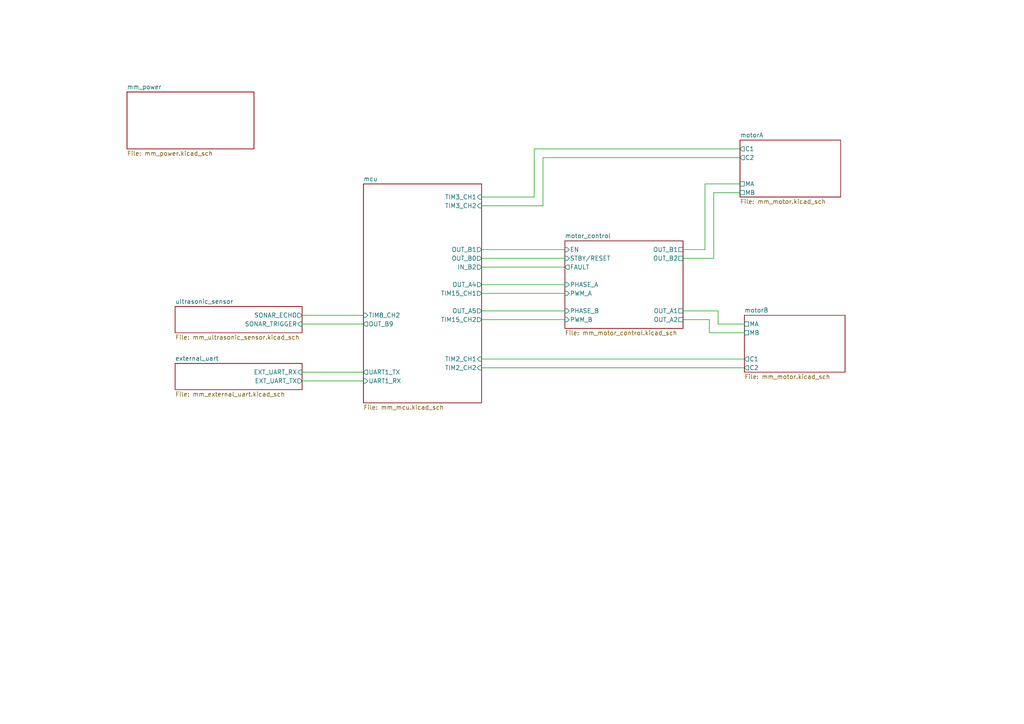
<source format=kicad_sch>
(kicad_sch (version 20230121) (generator eeschema)
  (paper "A4")
  (lib_symbols)
  (wire (pts (xy 87.63 110.49) (xy 105.41 110.49)))
  (wire (pts (xy 139.7 77.47) (xy 163.83 77.47)))
  (wire (pts (xy 139.7 57.15) (xy 154.94 57.15)))
  (wire (pts (xy 139.7 85.09) (xy 163.83 85.09)))
  (wire (pts (xy 198.12 90.17) (xy 208.28 90.17)))
  (wire (pts (xy 139.7 82.55) (xy 163.83 82.55)))
  (wire (pts (xy 204.47 72.39) (xy 204.47 53.34)))
  (wire (pts (xy 139.7 74.93) (xy 163.83 74.93)))
  (wire (pts (xy 198.12 92.71) (xy 205.74 92.71)))
  (wire (pts (xy 139.7 72.39) (xy 163.83 72.39)))
  (wire (pts (xy 157.48 45.72) (xy 157.48 59.69)))
  (wire (pts (xy 204.47 53.34) (xy 214.63 53.34)))
  (wire (pts (xy 87.63 107.95) (xy 105.41 107.95)))
  (wire (pts (xy 87.63 91.44) (xy 105.41 91.44)))
  (wire (pts (xy 139.7 92.71) (xy 163.83 92.71)))
  (wire (pts (xy 214.63 45.72) (xy 157.48 45.72)))
  (wire (pts (xy 207.01 55.88) (xy 214.63 55.88)))
  (wire (pts (xy 208.28 90.17) (xy 208.28 93.98)))
  (wire (pts (xy 205.74 96.52) (xy 215.9 96.52)))
  (wire (pts (xy 208.28 93.98) (xy 215.9 93.98)))
  (wire (pts (xy 205.74 92.71) (xy 205.74 96.52)))
  (wire (pts (xy 198.12 74.93) (xy 207.01 74.93)))
  (wire (pts (xy 139.7 90.17) (xy 163.83 90.17)))
  (wire (pts (xy 139.7 104.14) (xy 215.9 104.14)))
  (wire (pts (xy 87.63 93.98) (xy 105.41 93.98)))
  (wire (pts (xy 139.7 106.68) (xy 215.9 106.68)))
  (wire (pts (xy 154.94 57.15) (xy 154.94 43.18)))
  (wire (pts (xy 198.12 72.39) (xy 204.47 72.39)))
  (wire (pts (xy 207.01 74.93) (xy 207.01 55.88)))
  (wire (pts (xy 157.48 59.69) (xy 139.7 59.69)))
  (wire (pts (xy 154.94 43.18) (xy 214.63 43.18)))
  (sheet (at 163.83 69.85) (size 34.29 25.4) (stroke (width 0.1524))
    (property "Sheetname" "motor_control" (at 163.83 69.1384 0) (effects (justify left bottom)))
    (property "Sheetfile" "mm_motor_control.kicad_sch" (at 163.83 95.8346 0) (effects (justify left top)))
    (pin "OUT_A2" passive (at 198.12 92.71 0))
    (pin "OUT_B1" passive (at 198.12 72.39 0))
    (pin "OUT_B2" passive (at 198.12 74.93 0))
    (pin "OUT_A1" passive (at 198.12 90.17 0))
    (pin "PWM_B" input (at 163.83 92.71 180))
    (pin "PHASE_A" input (at 163.83 82.55 180))
    (pin "PWM_A" input (at 163.83 85.09 180))
    (pin "PHASE_B" input (at 163.83 90.17 180))
    (pin "STBY{slash}RESET" input (at 163.83 74.93 180))
    (pin "EN" input (at 163.83 72.39 180))
    (pin "FAULT" output (at 163.83 77.47 180))
  )
  (sheet (at 50.8 88.9) (size 36.83 7.62) (stroke (width 0.1524))
    (property "Sheetname" "ultrasonic_sensor" (at 50.8 88.1884 0) (effects (justify left bottom)))
    (property "Sheetfile" "mm_ultrasonic_sensor.kicad_sch" (at 50.8 97.1046 0) (effects (justify left top)))
    (pin "SONAR_ECHO" output (at 87.63 91.44 0))
    (pin "SONAR_TRIGGER" input (at 87.63 93.98 0))
  )
  (sheet (at 215.9 91.44) (size 29.21 16.51) (stroke (width 0.1524))
    (property "Sheetname" "motorB" (at 215.9 90.7284 0) (effects (justify left bottom)))
    (property "Sheetfile" "mm_motor.kicad_sch" (at 215.9 108.5346 0) (effects (justify left top)))
    (pin "C1" output (at 215.9 104.14 180))
    (pin "MB" passive (at 215.9 96.52 180))
    (pin "C2" output (at 215.9 106.68 180))
    (pin "MA" passive (at 215.9 93.98 180))
  )
  (sheet (at 36.83 26.67) (size 36.83 16.51) (stroke (width 0.1524))
    (property "Sheetname" "mm_power" (at 36.83 25.9584 0) (effects (justify left bottom)))
    (property "Sheetfile" "mm_power.kicad_sch" (at 36.83 43.7646 0) (effects (justify left top)))
  )
  (sheet (at 214.63 40.64) (size 29.21 16.51) (stroke (width 0.1524))
    (property "Sheetname" "motorA" (at 214.63 39.9284 0) (effects (justify left bottom)))
    (property "Sheetfile" "mm_motor.kicad_sch" (at 214.63 57.7346 0) (effects (justify left top)))
    (pin "C1" output (at 214.63 43.18 180))
    (pin "MB" passive (at 214.63 55.88 180))
    (pin "C2" output (at 214.63 45.72 180))
    (pin "MA" passive (at 214.63 53.34 180))
  )
  (sheet (at 105.41 53.34) (size 34.29 63.5) (stroke (width 0.1524))
    (property "Sheetname" "mcu" (at 105.41 52.6284 0) (effects (justify left bottom)))
    (property "Sheetfile" "mm_mcu.kicad_sch" (at 105.41 117.4246 0) (effects (justify left top)))
    (pin "OUT_B0" output (at 139.7 74.93 0))
    (pin "OUT_B1" output (at 139.7 72.39 0))
    (pin "IN_B2" output (at 139.7 77.47 0))
    (pin "UART1_TX" output (at 105.41 107.95 180))
    (pin "UART1_RX" input (at 105.41 110.49 180))
    (pin "TIM8_CH2" input (at 105.41 91.44 180))
    (pin "OUT_B9" output (at 105.41 93.98 180))
    (pin "TIM2_CH2" input (at 139.7 106.68 0))
    (pin "TIM2_CH1" input (at 139.7 104.14 0))
    (pin "TIM15_CH2" output (at 139.7 92.71 0))
    (pin "TIM15_CH1" output (at 139.7 85.09 0))
    (pin "OUT_A4" output (at 139.7 82.55 0))
    (pin "OUT_A5" output (at 139.7 90.17 0))
    (pin "TIM3_CH1" input (at 139.7 57.15 0))
    (pin "TIM3_CH2" input (at 139.7 59.69 0))
  )
  (sheet (at 50.8 105.41) (size 36.83 7.62) (stroke (width 0.1524))
    (property "Sheetname" "external_uart" (at 50.8 104.6984 0) (effects (justify left bottom)))
    (property "Sheetfile" "mm_external_uart.kicad_sch" (at 50.8 113.6146 0) (effects (justify left top)))
    (pin "EXT_UART_RX" input (at 87.63 107.95 0))
    (pin "EXT_UART_TX" output (at 87.63 110.49 0))
  )
)
</source>
